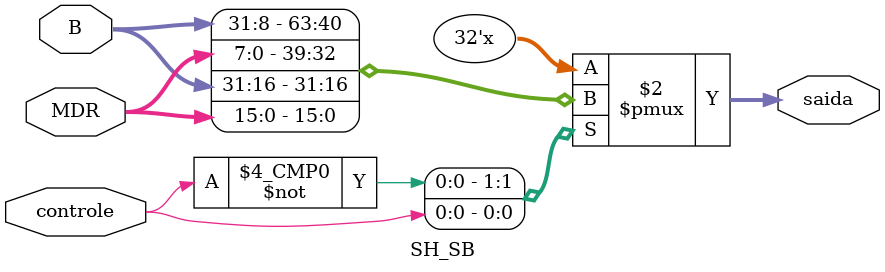
<source format=sv>
module SH_SB (
	input[31:0] B,
	input[31:0] MDR,
	output[31:0] saida,
	input controle
);

always_comb 
begin
	case(controle)
		
		0: saida = {B[31:8], MDR[7:0]};		//SB
		1: saida = {B[31:16], MDR[15:0]};	//SH
	endcase
		
end

endmodule: SH_SB
</source>
